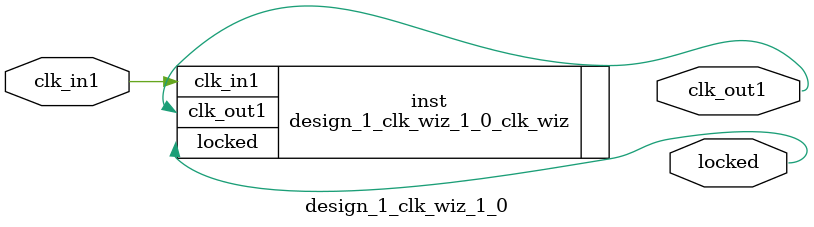
<source format=v>


`timescale 1ps/1ps

(* CORE_GENERATION_INFO = "design_1_clk_wiz_1_0,clk_wiz_v6_0_6_0_0,{component_name=design_1_clk_wiz_1_0,use_phase_alignment=true,use_min_o_jitter=false,use_max_i_jitter=false,use_dyn_phase_shift=false,use_inclk_switchover=false,use_dyn_reconfig=false,enable_axi=0,feedback_source=FDBK_AUTO,PRIMITIVE=MMCM,num_out_clk=1,clkin1_period=20.000,clkin2_period=10.0,use_power_down=false,use_reset=false,use_locked=true,use_inclk_stopped=false,feedback_type=SINGLE,CLOCK_MGR_TYPE=NA,manual_override=false}" *)

module design_1_clk_wiz_1_0 
 (
  // Clock out ports
  output        clk_out1,
  // Status and control signals
  output        locked,
 // Clock in ports
  input         clk_in1
 );

  design_1_clk_wiz_1_0_clk_wiz inst
  (
  // Clock out ports  
  .clk_out1(clk_out1),
  // Status and control signals               
  .locked(locked),
 // Clock in ports
  .clk_in1(clk_in1)
  );

endmodule

</source>
